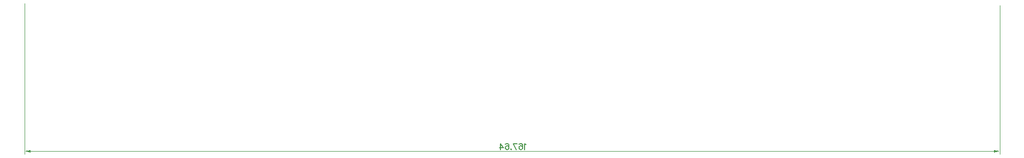
<source format=gbr>
G04 DipTrace 3.3.0.1*
G04 BottomDimension.gbr*
%MOMM*%
G04 #@! TF.FileFunction,Drawing,Bot*
G04 #@! TF.Part,Single*
%ADD13C,0.035*%
%ADD42C,0.15686*%
%FSLAX35Y35*%
G04*
G71*
G90*
G75*
G01*
G04 BotDimension*
%LPD*%
X1031750Y1000000D2*
D13*
Y-1590000D1*
X17795750Y968250D2*
Y-1590000D1*
X9413750Y-1540000D2*
X1131750D1*
G36*
X1031750D2*
X1131750Y-1520000D1*
Y-1560000D1*
X1031750Y-1540000D1*
G37*
X9413750D2*
D13*
X17695750D1*
G36*
X17795750D2*
X17695750Y-1560000D1*
Y-1520000D1*
X17795750Y-1540000D1*
G37*
X9650685Y-1426439D2*
D42*
X9640915Y-1421497D1*
X9626315Y-1407009D1*
Y-1508985D1*
X9536654Y-1421497D2*
X9541483Y-1411839D1*
X9556083Y-1407009D1*
X9565742D1*
X9580342Y-1411839D1*
X9590113Y-1426439D1*
X9594942Y-1450697D1*
Y-1474955D1*
X9590113Y-1494385D1*
X9580342Y-1504155D1*
X9565742Y-1508985D1*
X9560913D1*
X9546425Y-1504155D1*
X9536654Y-1494385D1*
X9531825Y-1479785D1*
Y-1474955D1*
X9536654Y-1460355D1*
X9546425Y-1450697D1*
X9560913Y-1445868D1*
X9565742D1*
X9580342Y-1450697D1*
X9590113Y-1460355D1*
X9594942Y-1474955D1*
X9481023Y-1508985D2*
X9432394Y-1407009D1*
X9500452D1*
X9396192Y-1499214D2*
X9401021Y-1504155D1*
X9396192Y-1508985D1*
X9391251Y-1504155D1*
X9396192Y-1499214D1*
X9301590Y-1421497D2*
X9306420Y-1411839D1*
X9321020Y-1407009D1*
X9330678D1*
X9345278Y-1411839D1*
X9355049Y-1426439D1*
X9359878Y-1450697D1*
Y-1474955D1*
X9355049Y-1494385D1*
X9345278Y-1504155D1*
X9330678Y-1508985D1*
X9325849D1*
X9311361Y-1504155D1*
X9301590Y-1494385D1*
X9296761Y-1479785D1*
Y-1474955D1*
X9301590Y-1460355D1*
X9311361Y-1450697D1*
X9325849Y-1445868D1*
X9330678D1*
X9345278Y-1450697D1*
X9355049Y-1460355D1*
X9359878Y-1474955D1*
X9216759Y-1508985D2*
Y-1407009D1*
X9265389Y-1474955D1*
X9192501D1*
M02*

</source>
